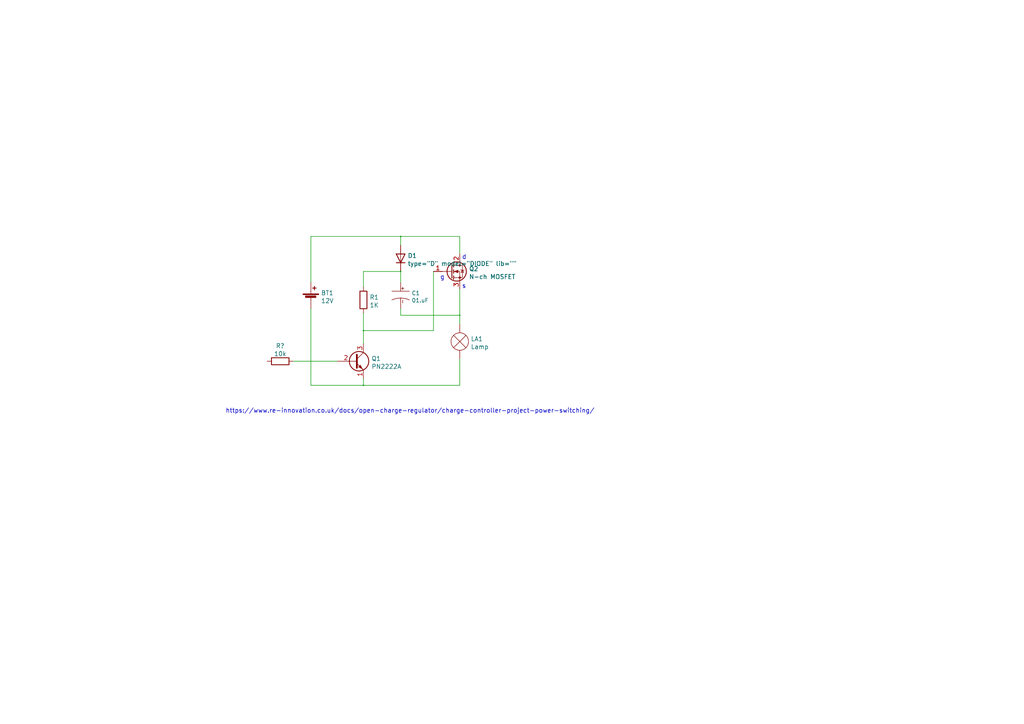
<source format=kicad_sch>
(kicad_sch (version 20210406) (generator eeschema)
  (paper "A4")
  (lib_symbols
    (symbol "Device:Battery_Cell" (pin_numbers hide) (pin_names (offset 0) hide)
      (property "Reference" "BT" (at 2.54 2.54 0))
      (property "Value" "Battery_Cell" (at 2.54 0 0))
      (symbol "Battery_Cell_0_1"
        (rectangle (start -2.286 1.778) (end 2.286 1.524) (fill (type outline)))
        (rectangle (start -1.5748 1.1938) (end 1.4732 0.6858) (fill (type outline)))
        (polyline (pts (xy 0 0.762) (xy 0 0)))
        (polyline (pts (xy 0 1.778) (xy 0 2.54)))
        (polyline (pts (xy 0.508 3.429) (xy 1.524 3.429)) (stroke (width 0.254)))
        (polyline (pts (xy 1.016 3.937) (xy 1.016 2.921)) (stroke (width 0.254)))
      )
      (symbol "Battery_Cell_1_1"
        (pin passive line (at 0 5.08 270) (length 2.54) (name "+") (number "1"))
        (pin passive line (at 0 -2.54 90) (length 2.54) (name "-") (number "2"))
      )
    )
    (symbol "Device:Lamp" (pin_numbers hide) (pin_names (offset 0.0254) hide)
      (property "Reference" "LA" (at 0.635 3.81 0))
      (property "Value" "Lamp" (at 0.635 -3.81 0))
      (symbol "Lamp_0_1"
        (circle (center 0 0) (radius 2.54))
        (polyline (pts (xy -1.778 1.778) (xy 1.778 -1.778)))
        (polyline (pts (xy 1.778 1.778) (xy -1.778 -1.778)))
      )
      (symbol "Lamp_1_1"
        (pin passive line (at 0 -5.08 90) (length 2.54) (name "-") (number "1"))
        (pin passive line (at 0 5.08 270) (length 2.54) (name "+") (number "2"))
      )
    )
    (symbol "Device:R" (pin_numbers hide) (pin_names (offset 0))
      (property "Reference" "R" (at 2.032 0 90))
      (property "Value" "R" (at 0 0 90))
      (symbol "R_0_1"
        (rectangle (start -1.016 -2.54) (end 1.016 2.54) (stroke (width 0.254)))
      )
      (symbol "R_1_1"
        (pin passive line (at 0 3.81 270) (length 1.27) (name "~") (number "1"))
        (pin passive line (at 0 -3.81 90) (length 1.27) (name "~") (number "2"))
      )
    )
    (symbol "OPL_Capacitor:TANTALUM-SMD-10UF-10V-10%_AVX-A_" (pin_numbers hide) (pin_names (offset 1.016) hide)
      (property "Reference" "C" (at -6.35 3.81 0))
      (property "Value" "TANTALUM-SMD-10UF-10V-10%_AVX-A_" (at 1.27 3.81 0))
      (symbol "TANTALUM-SMD-10UF-10V-10%_AVX-A__1_0"
        (text "+" (at -2.0574 0.508 0) (effects (font (size 1.016 1.016))))
        (text "-" (at 1.7526 0.508 0) (effects (font (size 1.016 1.016))))
        (polyline (pts (xy -1.27 2.54) (xy -1.27 -2.54)))
        (polyline (pts (xy 1.27 0) (xy 0.635 0)))
      )
      (symbol "TANTALUM-SMD-10UF-10V-10%_AVX-A__1_1"
        (arc (start 1.27 2.54) (end 1.27 -2.54) (radius (at 6.985 0) (length 6.2484) (angles 156.2 -156.1)))
        (pin passive line (at -3.81 0 0) (length 2.54) (name "+") (number "1"))
        (pin passive line (at 3.81 0 180) (length 2.54) (name "-") (number "2"))
      )
    )
    (symbol "Simulation_SPICE:DIODE" (pin_numbers hide) (pin_names (offset 1.016) hide)
      (property "Reference" "D" (at 0 2.54 0))
      (property "Value" "DIODE" (at 0 -2.54 0))
      (symbol "DIODE_0_1"
        (polyline (pts (xy 1.27 0) (xy -1.27 0)))
        (polyline (pts (xy 1.27 1.27) (xy 1.27 -1.27)) (stroke (width 0.254)))
        (polyline (pts (xy -1.27 -1.27) (xy -1.27 1.27) (xy 1.27 0) (xy -1.27 -1.27)) (stroke (width 0.254)))
      )
      (symbol "DIODE_1_1"
        (pin passive line (at -3.81 0 0) (length 2.54) (name "A") (number "1"))
        (pin passive line (at 3.81 0 180) (length 2.54) (name "K") (number "2"))
      )
    )
    (symbol "Transistor_BJT:PN2222A" (pin_names (offset 0) hide)
      (property "Reference" "Q" (at 5.08 1.905 0))
      (property "Value" "PN2222A" (at 5.08 0 0))
      (symbol "PN2222A_0_1"
        (circle (center 1.27 0) (radius 2.8194) (stroke (width 0.254)))
        (polyline (pts (xy 0 0) (xy 0.635 0)))
        (polyline (pts (xy 2.54 -2.54) (xy 0.635 -0.635)))
        (polyline (pts (xy 2.54 2.54) (xy 0.635 0.635)))
        (polyline (pts (xy 0.635 1.905) (xy 0.635 -1.905) (xy 0.635 -1.905)) (stroke (width 0.508)))
        (polyline (pts (xy 2.413 -2.413) (xy 1.905 -1.905) (xy 1.905 -1.905)))
        (polyline (pts (xy 1.143 -1.651) (xy 1.651 -1.143) (xy 2.159 -2.159) (xy 1.143 -1.651) (xy 1.143 -1.651)) (fill (type outline)))
      )
      (symbol "PN2222A_1_1"
        (pin passive line (at 2.54 -5.08 90) (length 2.54) (name "E") (number "1"))
        (pin input line (at -5.08 0 0) (length 5.08) (name "B") (number "2"))
        (pin passive line (at 2.54 5.08 270) (length 2.54) (name "C") (number "3"))
      )
    )
    (symbol "Transistor_FET:IPP060N06N" (pin_names hide)
      (property "Reference" "Q" (at 6.35 1.905 0))
      (property "Value" "IPP060N06N" (at 6.35 0 0))
      (symbol "IPP060N06N_0_1"
        (circle (center 1.651 0) (radius 2.794) (stroke (width 0.254)))
        (circle (center 2.54 -1.778) (radius 0.254) (fill (type outline)))
        (circle (center 2.54 1.778) (radius 0.254) (fill (type outline)))
        (polyline (pts (xy 0.254 0) (xy -2.54 0)))
        (polyline (pts (xy 0.254 1.905) (xy 0.254 -1.905)) (stroke (width 0.254)))
        (polyline (pts (xy 0.762 -1.27) (xy 0.762 -2.286)) (stroke (width 0.254)))
        (polyline (pts (xy 0.762 0.508) (xy 0.762 -0.508)) (stroke (width 0.254)))
        (polyline (pts (xy 0.762 2.286) (xy 0.762 1.27)) (stroke (width 0.254)))
        (polyline (pts (xy 2.54 2.54) (xy 2.54 1.778)))
        (polyline (pts (xy 2.54 -2.54) (xy 2.54 0) (xy 0.762 0)))
        (polyline (pts (xy 0.762 -1.778) (xy 3.302 -1.778) (xy 3.302 1.778) (xy 0.762 1.778)))
        (polyline (pts (xy 2.794 0.508) (xy 2.921 0.381) (xy 3.683 0.381) (xy 3.81 0.254)))
        (polyline (pts (xy 3.302 0.381) (xy 2.921 -0.254) (xy 3.683 -0.254) (xy 3.302 0.381)))
        (polyline (pts (xy 1.016 0) (xy 2.032 0.381) (xy 2.032 -0.381) (xy 1.016 0)) (fill (type outline)))
      )
      (symbol "IPP060N06N_1_1"
        (pin input line (at -5.08 0 0) (length 2.54) (name "G") (number "1"))
        (pin passive line (at 2.54 5.08 270) (length 2.54) (name "D") (number "2"))
        (pin passive line (at 2.54 -5.08 90) (length 2.54) (name "S") (number "3"))
      )
    )
  )
  (junction (at 105.41 95.885) (diameter 0.259))
  (junction (at 105.41 111.76) (diameter 0.259))
  (junction (at 116.205 68.58) (diameter 0.259))
  (junction (at 116.205 78.74) (diameter 0.259))
  (junction (at 133.35 91.44) (diameter 0.259))
  (wire (pts (xy 85.09 104.775) (xy 97.79 104.775)))
  (wire (pts (xy 90.17 68.58) (xy 116.205 68.58)))
  (wire (pts (xy 90.17 81.915) (xy 90.17 68.58)))
  (wire (pts (xy 90.17 89.535) (xy 90.17 111.76)))
  (wire (pts (xy 90.17 111.76) (xy 105.41 111.76)))
  (wire (pts (xy 105.41 78.74) (xy 105.41 83.185)))
  (wire (pts (xy 105.41 90.805) (xy 105.41 95.885)))
  (wire (pts (xy 105.41 95.885) (xy 105.41 99.695)))
  (wire (pts (xy 105.41 95.885) (xy 125.73 95.885)))
  (wire (pts (xy 105.41 111.76) (xy 105.41 109.855)))
  (wire (pts (xy 116.205 68.58) (xy 116.205 71.12)))
  (wire (pts (xy 116.205 68.58) (xy 133.35 68.58)))
  (wire (pts (xy 116.205 78.74) (xy 105.41 78.74)))
  (wire (pts (xy 116.205 78.74) (xy 116.205 81.915)))
  (wire (pts (xy 116.205 89.535) (xy 116.205 91.44)))
  (wire (pts (xy 116.205 91.44) (xy 133.35 91.44)))
  (wire (pts (xy 125.73 95.885) (xy 125.73 78.74)))
  (wire (pts (xy 133.35 68.58) (xy 133.35 73.66)))
  (wire (pts (xy 133.35 83.82) (xy 133.35 91.44)))
  (wire (pts (xy 133.35 91.44) (xy 133.35 93.98)))
  (wire (pts (xy 133.35 104.14) (xy 133.35 111.76)))
  (wire (pts (xy 133.35 111.76) (xy 105.41 111.76)))
  (text "https://www.re-innovation.co.uk/docs/open-charge-regulator/charge-controller-project-power-switching/" (at 65.405 120.015 0) (effects (font (size 1.27 1.27)) (justify left bottom)))
  (text "g" (at 127.635 81.28 0) (effects (font (size 1.27 1.27)) (justify left bottom)))
  (text "d\n\n" (at 133.985 77.47 0) (effects (font (size 1.27 1.27)) (justify left bottom)))
  (text "s" (at 133.985 83.82 0) (effects (font (size 1.27 1.27)) (justify left bottom)))
  (symbol (lib_id "Device:R") (at 81.28 104.775 90) (unit 1)
    (property "Reference" "R?" (at 81.28 100.3258 90))
    (property "Value" "10k" (at 81.28 102.6245 90))
  )
  (symbol (lib_id "Device:R") (at 105.41 86.995 0) (unit 1)
    (property "Reference" "R1" (at 107.1881 86.2341 0) (effects (justify left)))
    (property "Value" "1K" (at 107.1881 88.5328 0) (effects (justify left)))
  )
  (symbol (lib_id "Simulation_SPICE:DIODE") (at 116.205 74.93 270) (unit 1)
    (property "Reference" "D1" (at 118.2371 74.1691 90) (effects (justify left)))
    (property "Value" "DIODE" (at 118.2371 76.4678 90) (effects (justify left)))
    (property "Spice_Netlist_Enabled" "Y" (effects hide))
    (property "Spice_Primitive" "D" (effects hide))
  )
  (symbol (lib_id "Device:Battery_Cell") (at 90.17 86.995 0) (unit 1)
    (property "Reference" "BT1" (at 93.0911 84.9641 0) (effects (justify left)))
    (property "Value" "12V" (at 93.0911 87.2628 0) (effects (justify left)))
  )
  (symbol (lib_id "OPL_Capacitor:TANTALUM-SMD-10UF-10V-10%_AVX-A_") (at 116.205 85.725 270) (unit 1)
    (property "Reference" "C1" (at 119.3801 85.0276 90) (effects (font (size 1.143 1.143)) (justify left)))
    (property "Value" "01.uF" (at 119.3801 87.1218 90) (effects (font (size 1.143 1.143)) (justify left)))
    (property "MPN" "TAJA106K010RNJ" (effects hide))
    (property "SKU" "302020011" (effects hide))
  )
  (symbol (lib_id "Device:Lamp") (at 133.35 99.06 0) (unit 1)
    (property "Reference" "LA1" (at 136.5251 98.2991 0) (effects (justify left)))
    (property "Value" "Lamp" (at 136.5251 100.5978 0) (effects (justify left)))
  )
  (symbol (lib_id "Transistor_BJT:PN2222A") (at 102.87 104.775 0) (unit 1)
    (property "Reference" "Q1" (at 107.7215 104.0141 0) (effects (justify left)))
    (property "Value" "PN2222A" (at 107.7215 106.3128 0) (effects (justify left)))
    (property "Footprint" "Package_TO_SOT_THT:TO-92_Inline" (effects hide))
    (property "Datasheet" "https://www.onsemi.com/pub/Collateral/PN2222-D.PDF" (effects hide))
  )
  (symbol (lib_id "Transistor_FET:IPP060N06N") (at 130.81 78.74 0) (unit 1)
    (property "Reference" "Q2" (at 136.0171 77.9791 0) (effects (justify left)))
    (property "Value" "N-ch MOSFET" (at 136.0171 80.2778 0) (effects (justify left)))
    (property "Footprint" "Package_TO_SOT_THT:TO-220-3_Vertical" (effects hide))
    (property "Datasheet" "https://www.infineon.com/dgdl/Infineon-IPP060N06N-DS-v02_02-en.pdf?fileId=db3a30433727a44301372c06d9d7498a" (effects hide))
  )
)
</source>
